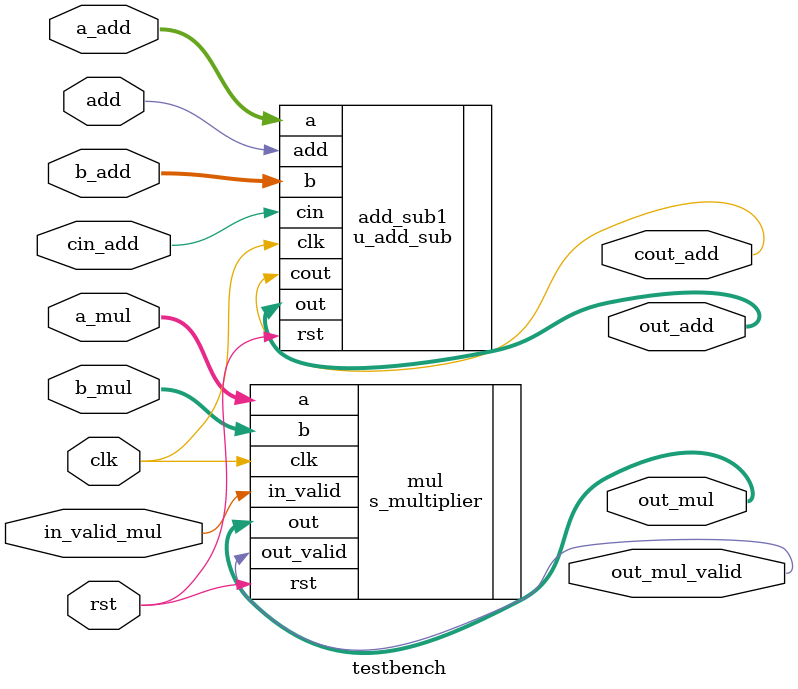
<source format=sv>


module testbench #(
    parameter WIDTH = 32
)
(
    input logic clk,
    input logic rst,

    input logic [WIDTH-1:0] a_add,
    input logic [WIDTH-1:0] b_add,
    input logic add,
    input logic cin_add,
    output logic [WIDTH-1:0] out_add,
    output logic cout_add,

    input logic in_valid_mul,
    input logic signed [WIDTH:0] a_mul,
    input logic signed [WIDTH:0] b_mul,
    output logic signed [WIDTH:0] out_mul,
    output logic out_mul_valid
);

    u_add_sub add_sub1 (
        .clk(clk),
        .rst(rst),
        .a(a_add),
        .b(b_add),
        .add(add),
        .cin(cin_add),
        .out(out_add),
        .cout(cout_add)
    );

    s_multiplier mul (
        .clk(clk),
        .rst(rst),
        .in_valid(in_valid_mul),
        .a(a_mul),
        .b(b_mul),
        .out(out_mul),
        .out_valid(out_mul_valid)
    );

endmodule

</source>
